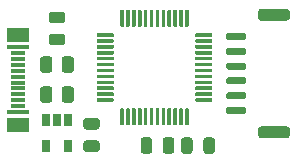
<source format=gts>
%TF.GenerationSoftware,KiCad,Pcbnew,(5.1.10)-1*%
%TF.CreationDate,2021-12-27T10:27:14+08:00*%
%TF.ProjectId,ST-Link_v2-1,53542d4c-696e-46b5-9f76-322d312e6b69,rev?*%
%TF.SameCoordinates,Original*%
%TF.FileFunction,Soldermask,Top*%
%TF.FilePolarity,Negative*%
%FSLAX46Y46*%
G04 Gerber Fmt 4.6, Leading zero omitted, Abs format (unit mm)*
G04 Created by KiCad (PCBNEW (5.1.10)-1) date 2021-12-27 10:27:14*
%MOMM*%
%LPD*%
G01*
G04 APERTURE LIST*
%ADD10R,1.850000X0.300000*%
%ADD11R,1.250000X0.300000*%
%ADD12R,1.850000X1.180000*%
%ADD13R,0.650000X1.060000*%
G04 APERTURE END LIST*
%TO.C,J1*%
G36*
G01*
X145452000Y-85060000D02*
X143252000Y-85060000D01*
G75*
G02*
X143002000Y-84810000I0J250000D01*
G01*
X143002000Y-84310000D01*
G75*
G02*
X143252000Y-84060000I250000J0D01*
G01*
X145452000Y-84060000D01*
G75*
G02*
X145702000Y-84310000I0J-250000D01*
G01*
X145702000Y-84810000D01*
G75*
G02*
X145452000Y-85060000I-250000J0D01*
G01*
G37*
G36*
G01*
X145452000Y-95010000D02*
X143252000Y-95010000D01*
G75*
G02*
X143002000Y-94760000I0J250000D01*
G01*
X143002000Y-94260000D01*
G75*
G02*
X143252000Y-94010000I250000J0D01*
G01*
X145452000Y-94010000D01*
G75*
G02*
X145702000Y-94260000I0J-250000D01*
G01*
X145702000Y-94760000D01*
G75*
G02*
X145452000Y-95010000I-250000J0D01*
G01*
G37*
G36*
G01*
X141852000Y-86710000D02*
X140452000Y-86710000D01*
G75*
G02*
X140302000Y-86560000I0J150000D01*
G01*
X140302000Y-86260000D01*
G75*
G02*
X140452000Y-86110000I150000J0D01*
G01*
X141852000Y-86110000D01*
G75*
G02*
X142002000Y-86260000I0J-150000D01*
G01*
X142002000Y-86560000D01*
G75*
G02*
X141852000Y-86710000I-150000J0D01*
G01*
G37*
G36*
G01*
X141852000Y-87960000D02*
X140452000Y-87960000D01*
G75*
G02*
X140302000Y-87810000I0J150000D01*
G01*
X140302000Y-87510000D01*
G75*
G02*
X140452000Y-87360000I150000J0D01*
G01*
X141852000Y-87360000D01*
G75*
G02*
X142002000Y-87510000I0J-150000D01*
G01*
X142002000Y-87810000D01*
G75*
G02*
X141852000Y-87960000I-150000J0D01*
G01*
G37*
G36*
G01*
X141852000Y-89210000D02*
X140452000Y-89210000D01*
G75*
G02*
X140302000Y-89060000I0J150000D01*
G01*
X140302000Y-88760000D01*
G75*
G02*
X140452000Y-88610000I150000J0D01*
G01*
X141852000Y-88610000D01*
G75*
G02*
X142002000Y-88760000I0J-150000D01*
G01*
X142002000Y-89060000D01*
G75*
G02*
X141852000Y-89210000I-150000J0D01*
G01*
G37*
G36*
G01*
X141852000Y-90460000D02*
X140452000Y-90460000D01*
G75*
G02*
X140302000Y-90310000I0J150000D01*
G01*
X140302000Y-90010000D01*
G75*
G02*
X140452000Y-89860000I150000J0D01*
G01*
X141852000Y-89860000D01*
G75*
G02*
X142002000Y-90010000I0J-150000D01*
G01*
X142002000Y-90310000D01*
G75*
G02*
X141852000Y-90460000I-150000J0D01*
G01*
G37*
G36*
G01*
X141852000Y-91710000D02*
X140452000Y-91710000D01*
G75*
G02*
X140302000Y-91560000I0J150000D01*
G01*
X140302000Y-91260000D01*
G75*
G02*
X140452000Y-91110000I150000J0D01*
G01*
X141852000Y-91110000D01*
G75*
G02*
X142002000Y-91260000I0J-150000D01*
G01*
X142002000Y-91560000D01*
G75*
G02*
X141852000Y-91710000I-150000J0D01*
G01*
G37*
G36*
G01*
X141852000Y-92960000D02*
X140452000Y-92960000D01*
G75*
G02*
X140302000Y-92810000I0J150000D01*
G01*
X140302000Y-92510000D01*
G75*
G02*
X140452000Y-92360000I150000J0D01*
G01*
X141852000Y-92360000D01*
G75*
G02*
X142002000Y-92510000I0J-150000D01*
G01*
X142002000Y-92810000D01*
G75*
G02*
X141852000Y-92960000I-150000J0D01*
G01*
G37*
%TD*%
D10*
%TO.C,P1*%
X122682000Y-87293000D03*
D11*
X122682000Y-87793000D03*
X122682000Y-88293000D03*
X122682000Y-88793000D03*
X122682000Y-89293000D03*
X122682000Y-89793000D03*
X122682000Y-90293000D03*
X122682000Y-90793000D03*
X122682000Y-91293000D03*
X122682000Y-91793000D03*
X122682000Y-92293000D03*
D10*
X122682000Y-92793000D03*
D12*
X122682000Y-86233000D03*
X122682000Y-93853000D03*
%TD*%
D13*
%TO.C,U2*%
X126934000Y-93474000D03*
X125984000Y-93474000D03*
X125034000Y-93474000D03*
X125034000Y-95674000D03*
X126934000Y-95674000D03*
%TD*%
%TO.C,U1*%
G36*
G01*
X137139000Y-92527000D02*
X137139000Y-93852000D01*
G75*
G02*
X137064000Y-93927000I-75000J0D01*
G01*
X136914000Y-93927000D01*
G75*
G02*
X136839000Y-93852000I0J75000D01*
G01*
X136839000Y-92527000D01*
G75*
G02*
X136914000Y-92452000I75000J0D01*
G01*
X137064000Y-92452000D01*
G75*
G02*
X137139000Y-92527000I0J-75000D01*
G01*
G37*
G36*
G01*
X136639000Y-92527000D02*
X136639000Y-93852000D01*
G75*
G02*
X136564000Y-93927000I-75000J0D01*
G01*
X136414000Y-93927000D01*
G75*
G02*
X136339000Y-93852000I0J75000D01*
G01*
X136339000Y-92527000D01*
G75*
G02*
X136414000Y-92452000I75000J0D01*
G01*
X136564000Y-92452000D01*
G75*
G02*
X136639000Y-92527000I0J-75000D01*
G01*
G37*
G36*
G01*
X136139000Y-92527000D02*
X136139000Y-93852000D01*
G75*
G02*
X136064000Y-93927000I-75000J0D01*
G01*
X135914000Y-93927000D01*
G75*
G02*
X135839000Y-93852000I0J75000D01*
G01*
X135839000Y-92527000D01*
G75*
G02*
X135914000Y-92452000I75000J0D01*
G01*
X136064000Y-92452000D01*
G75*
G02*
X136139000Y-92527000I0J-75000D01*
G01*
G37*
G36*
G01*
X135639000Y-92527000D02*
X135639000Y-93852000D01*
G75*
G02*
X135564000Y-93927000I-75000J0D01*
G01*
X135414000Y-93927000D01*
G75*
G02*
X135339000Y-93852000I0J75000D01*
G01*
X135339000Y-92527000D01*
G75*
G02*
X135414000Y-92452000I75000J0D01*
G01*
X135564000Y-92452000D01*
G75*
G02*
X135639000Y-92527000I0J-75000D01*
G01*
G37*
G36*
G01*
X135139000Y-92527000D02*
X135139000Y-93852000D01*
G75*
G02*
X135064000Y-93927000I-75000J0D01*
G01*
X134914000Y-93927000D01*
G75*
G02*
X134839000Y-93852000I0J75000D01*
G01*
X134839000Y-92527000D01*
G75*
G02*
X134914000Y-92452000I75000J0D01*
G01*
X135064000Y-92452000D01*
G75*
G02*
X135139000Y-92527000I0J-75000D01*
G01*
G37*
G36*
G01*
X134639000Y-92527000D02*
X134639000Y-93852000D01*
G75*
G02*
X134564000Y-93927000I-75000J0D01*
G01*
X134414000Y-93927000D01*
G75*
G02*
X134339000Y-93852000I0J75000D01*
G01*
X134339000Y-92527000D01*
G75*
G02*
X134414000Y-92452000I75000J0D01*
G01*
X134564000Y-92452000D01*
G75*
G02*
X134639000Y-92527000I0J-75000D01*
G01*
G37*
G36*
G01*
X134139000Y-92527000D02*
X134139000Y-93852000D01*
G75*
G02*
X134064000Y-93927000I-75000J0D01*
G01*
X133914000Y-93927000D01*
G75*
G02*
X133839000Y-93852000I0J75000D01*
G01*
X133839000Y-92527000D01*
G75*
G02*
X133914000Y-92452000I75000J0D01*
G01*
X134064000Y-92452000D01*
G75*
G02*
X134139000Y-92527000I0J-75000D01*
G01*
G37*
G36*
G01*
X133639000Y-92527000D02*
X133639000Y-93852000D01*
G75*
G02*
X133564000Y-93927000I-75000J0D01*
G01*
X133414000Y-93927000D01*
G75*
G02*
X133339000Y-93852000I0J75000D01*
G01*
X133339000Y-92527000D01*
G75*
G02*
X133414000Y-92452000I75000J0D01*
G01*
X133564000Y-92452000D01*
G75*
G02*
X133639000Y-92527000I0J-75000D01*
G01*
G37*
G36*
G01*
X133139000Y-92527000D02*
X133139000Y-93852000D01*
G75*
G02*
X133064000Y-93927000I-75000J0D01*
G01*
X132914000Y-93927000D01*
G75*
G02*
X132839000Y-93852000I0J75000D01*
G01*
X132839000Y-92527000D01*
G75*
G02*
X132914000Y-92452000I75000J0D01*
G01*
X133064000Y-92452000D01*
G75*
G02*
X133139000Y-92527000I0J-75000D01*
G01*
G37*
G36*
G01*
X132639000Y-92527000D02*
X132639000Y-93852000D01*
G75*
G02*
X132564000Y-93927000I-75000J0D01*
G01*
X132414000Y-93927000D01*
G75*
G02*
X132339000Y-93852000I0J75000D01*
G01*
X132339000Y-92527000D01*
G75*
G02*
X132414000Y-92452000I75000J0D01*
G01*
X132564000Y-92452000D01*
G75*
G02*
X132639000Y-92527000I0J-75000D01*
G01*
G37*
G36*
G01*
X132139000Y-92527000D02*
X132139000Y-93852000D01*
G75*
G02*
X132064000Y-93927000I-75000J0D01*
G01*
X131914000Y-93927000D01*
G75*
G02*
X131839000Y-93852000I0J75000D01*
G01*
X131839000Y-92527000D01*
G75*
G02*
X131914000Y-92452000I75000J0D01*
G01*
X132064000Y-92452000D01*
G75*
G02*
X132139000Y-92527000I0J-75000D01*
G01*
G37*
G36*
G01*
X131639000Y-92527000D02*
X131639000Y-93852000D01*
G75*
G02*
X131564000Y-93927000I-75000J0D01*
G01*
X131414000Y-93927000D01*
G75*
G02*
X131339000Y-93852000I0J75000D01*
G01*
X131339000Y-92527000D01*
G75*
G02*
X131414000Y-92452000I75000J0D01*
G01*
X131564000Y-92452000D01*
G75*
G02*
X131639000Y-92527000I0J-75000D01*
G01*
G37*
G36*
G01*
X130814000Y-91702000D02*
X130814000Y-91852000D01*
G75*
G02*
X130739000Y-91927000I-75000J0D01*
G01*
X129414000Y-91927000D01*
G75*
G02*
X129339000Y-91852000I0J75000D01*
G01*
X129339000Y-91702000D01*
G75*
G02*
X129414000Y-91627000I75000J0D01*
G01*
X130739000Y-91627000D01*
G75*
G02*
X130814000Y-91702000I0J-75000D01*
G01*
G37*
G36*
G01*
X130814000Y-91202000D02*
X130814000Y-91352000D01*
G75*
G02*
X130739000Y-91427000I-75000J0D01*
G01*
X129414000Y-91427000D01*
G75*
G02*
X129339000Y-91352000I0J75000D01*
G01*
X129339000Y-91202000D01*
G75*
G02*
X129414000Y-91127000I75000J0D01*
G01*
X130739000Y-91127000D01*
G75*
G02*
X130814000Y-91202000I0J-75000D01*
G01*
G37*
G36*
G01*
X130814000Y-90702000D02*
X130814000Y-90852000D01*
G75*
G02*
X130739000Y-90927000I-75000J0D01*
G01*
X129414000Y-90927000D01*
G75*
G02*
X129339000Y-90852000I0J75000D01*
G01*
X129339000Y-90702000D01*
G75*
G02*
X129414000Y-90627000I75000J0D01*
G01*
X130739000Y-90627000D01*
G75*
G02*
X130814000Y-90702000I0J-75000D01*
G01*
G37*
G36*
G01*
X130814000Y-90202000D02*
X130814000Y-90352000D01*
G75*
G02*
X130739000Y-90427000I-75000J0D01*
G01*
X129414000Y-90427000D01*
G75*
G02*
X129339000Y-90352000I0J75000D01*
G01*
X129339000Y-90202000D01*
G75*
G02*
X129414000Y-90127000I75000J0D01*
G01*
X130739000Y-90127000D01*
G75*
G02*
X130814000Y-90202000I0J-75000D01*
G01*
G37*
G36*
G01*
X130814000Y-89702000D02*
X130814000Y-89852000D01*
G75*
G02*
X130739000Y-89927000I-75000J0D01*
G01*
X129414000Y-89927000D01*
G75*
G02*
X129339000Y-89852000I0J75000D01*
G01*
X129339000Y-89702000D01*
G75*
G02*
X129414000Y-89627000I75000J0D01*
G01*
X130739000Y-89627000D01*
G75*
G02*
X130814000Y-89702000I0J-75000D01*
G01*
G37*
G36*
G01*
X130814000Y-89202000D02*
X130814000Y-89352000D01*
G75*
G02*
X130739000Y-89427000I-75000J0D01*
G01*
X129414000Y-89427000D01*
G75*
G02*
X129339000Y-89352000I0J75000D01*
G01*
X129339000Y-89202000D01*
G75*
G02*
X129414000Y-89127000I75000J0D01*
G01*
X130739000Y-89127000D01*
G75*
G02*
X130814000Y-89202000I0J-75000D01*
G01*
G37*
G36*
G01*
X130814000Y-88702000D02*
X130814000Y-88852000D01*
G75*
G02*
X130739000Y-88927000I-75000J0D01*
G01*
X129414000Y-88927000D01*
G75*
G02*
X129339000Y-88852000I0J75000D01*
G01*
X129339000Y-88702000D01*
G75*
G02*
X129414000Y-88627000I75000J0D01*
G01*
X130739000Y-88627000D01*
G75*
G02*
X130814000Y-88702000I0J-75000D01*
G01*
G37*
G36*
G01*
X130814000Y-88202000D02*
X130814000Y-88352000D01*
G75*
G02*
X130739000Y-88427000I-75000J0D01*
G01*
X129414000Y-88427000D01*
G75*
G02*
X129339000Y-88352000I0J75000D01*
G01*
X129339000Y-88202000D01*
G75*
G02*
X129414000Y-88127000I75000J0D01*
G01*
X130739000Y-88127000D01*
G75*
G02*
X130814000Y-88202000I0J-75000D01*
G01*
G37*
G36*
G01*
X130814000Y-87702000D02*
X130814000Y-87852000D01*
G75*
G02*
X130739000Y-87927000I-75000J0D01*
G01*
X129414000Y-87927000D01*
G75*
G02*
X129339000Y-87852000I0J75000D01*
G01*
X129339000Y-87702000D01*
G75*
G02*
X129414000Y-87627000I75000J0D01*
G01*
X130739000Y-87627000D01*
G75*
G02*
X130814000Y-87702000I0J-75000D01*
G01*
G37*
G36*
G01*
X130814000Y-87202000D02*
X130814000Y-87352000D01*
G75*
G02*
X130739000Y-87427000I-75000J0D01*
G01*
X129414000Y-87427000D01*
G75*
G02*
X129339000Y-87352000I0J75000D01*
G01*
X129339000Y-87202000D01*
G75*
G02*
X129414000Y-87127000I75000J0D01*
G01*
X130739000Y-87127000D01*
G75*
G02*
X130814000Y-87202000I0J-75000D01*
G01*
G37*
G36*
G01*
X130814000Y-86702000D02*
X130814000Y-86852000D01*
G75*
G02*
X130739000Y-86927000I-75000J0D01*
G01*
X129414000Y-86927000D01*
G75*
G02*
X129339000Y-86852000I0J75000D01*
G01*
X129339000Y-86702000D01*
G75*
G02*
X129414000Y-86627000I75000J0D01*
G01*
X130739000Y-86627000D01*
G75*
G02*
X130814000Y-86702000I0J-75000D01*
G01*
G37*
G36*
G01*
X130814000Y-86202000D02*
X130814000Y-86352000D01*
G75*
G02*
X130739000Y-86427000I-75000J0D01*
G01*
X129414000Y-86427000D01*
G75*
G02*
X129339000Y-86352000I0J75000D01*
G01*
X129339000Y-86202000D01*
G75*
G02*
X129414000Y-86127000I75000J0D01*
G01*
X130739000Y-86127000D01*
G75*
G02*
X130814000Y-86202000I0J-75000D01*
G01*
G37*
G36*
G01*
X131639000Y-84202000D02*
X131639000Y-85527000D01*
G75*
G02*
X131564000Y-85602000I-75000J0D01*
G01*
X131414000Y-85602000D01*
G75*
G02*
X131339000Y-85527000I0J75000D01*
G01*
X131339000Y-84202000D01*
G75*
G02*
X131414000Y-84127000I75000J0D01*
G01*
X131564000Y-84127000D01*
G75*
G02*
X131639000Y-84202000I0J-75000D01*
G01*
G37*
G36*
G01*
X132139000Y-84202000D02*
X132139000Y-85527000D01*
G75*
G02*
X132064000Y-85602000I-75000J0D01*
G01*
X131914000Y-85602000D01*
G75*
G02*
X131839000Y-85527000I0J75000D01*
G01*
X131839000Y-84202000D01*
G75*
G02*
X131914000Y-84127000I75000J0D01*
G01*
X132064000Y-84127000D01*
G75*
G02*
X132139000Y-84202000I0J-75000D01*
G01*
G37*
G36*
G01*
X132639000Y-84202000D02*
X132639000Y-85527000D01*
G75*
G02*
X132564000Y-85602000I-75000J0D01*
G01*
X132414000Y-85602000D01*
G75*
G02*
X132339000Y-85527000I0J75000D01*
G01*
X132339000Y-84202000D01*
G75*
G02*
X132414000Y-84127000I75000J0D01*
G01*
X132564000Y-84127000D01*
G75*
G02*
X132639000Y-84202000I0J-75000D01*
G01*
G37*
G36*
G01*
X133139000Y-84202000D02*
X133139000Y-85527000D01*
G75*
G02*
X133064000Y-85602000I-75000J0D01*
G01*
X132914000Y-85602000D01*
G75*
G02*
X132839000Y-85527000I0J75000D01*
G01*
X132839000Y-84202000D01*
G75*
G02*
X132914000Y-84127000I75000J0D01*
G01*
X133064000Y-84127000D01*
G75*
G02*
X133139000Y-84202000I0J-75000D01*
G01*
G37*
G36*
G01*
X133639000Y-84202000D02*
X133639000Y-85527000D01*
G75*
G02*
X133564000Y-85602000I-75000J0D01*
G01*
X133414000Y-85602000D01*
G75*
G02*
X133339000Y-85527000I0J75000D01*
G01*
X133339000Y-84202000D01*
G75*
G02*
X133414000Y-84127000I75000J0D01*
G01*
X133564000Y-84127000D01*
G75*
G02*
X133639000Y-84202000I0J-75000D01*
G01*
G37*
G36*
G01*
X134139000Y-84202000D02*
X134139000Y-85527000D01*
G75*
G02*
X134064000Y-85602000I-75000J0D01*
G01*
X133914000Y-85602000D01*
G75*
G02*
X133839000Y-85527000I0J75000D01*
G01*
X133839000Y-84202000D01*
G75*
G02*
X133914000Y-84127000I75000J0D01*
G01*
X134064000Y-84127000D01*
G75*
G02*
X134139000Y-84202000I0J-75000D01*
G01*
G37*
G36*
G01*
X134639000Y-84202000D02*
X134639000Y-85527000D01*
G75*
G02*
X134564000Y-85602000I-75000J0D01*
G01*
X134414000Y-85602000D01*
G75*
G02*
X134339000Y-85527000I0J75000D01*
G01*
X134339000Y-84202000D01*
G75*
G02*
X134414000Y-84127000I75000J0D01*
G01*
X134564000Y-84127000D01*
G75*
G02*
X134639000Y-84202000I0J-75000D01*
G01*
G37*
G36*
G01*
X135139000Y-84202000D02*
X135139000Y-85527000D01*
G75*
G02*
X135064000Y-85602000I-75000J0D01*
G01*
X134914000Y-85602000D01*
G75*
G02*
X134839000Y-85527000I0J75000D01*
G01*
X134839000Y-84202000D01*
G75*
G02*
X134914000Y-84127000I75000J0D01*
G01*
X135064000Y-84127000D01*
G75*
G02*
X135139000Y-84202000I0J-75000D01*
G01*
G37*
G36*
G01*
X135639000Y-84202000D02*
X135639000Y-85527000D01*
G75*
G02*
X135564000Y-85602000I-75000J0D01*
G01*
X135414000Y-85602000D01*
G75*
G02*
X135339000Y-85527000I0J75000D01*
G01*
X135339000Y-84202000D01*
G75*
G02*
X135414000Y-84127000I75000J0D01*
G01*
X135564000Y-84127000D01*
G75*
G02*
X135639000Y-84202000I0J-75000D01*
G01*
G37*
G36*
G01*
X136139000Y-84202000D02*
X136139000Y-85527000D01*
G75*
G02*
X136064000Y-85602000I-75000J0D01*
G01*
X135914000Y-85602000D01*
G75*
G02*
X135839000Y-85527000I0J75000D01*
G01*
X135839000Y-84202000D01*
G75*
G02*
X135914000Y-84127000I75000J0D01*
G01*
X136064000Y-84127000D01*
G75*
G02*
X136139000Y-84202000I0J-75000D01*
G01*
G37*
G36*
G01*
X136639000Y-84202000D02*
X136639000Y-85527000D01*
G75*
G02*
X136564000Y-85602000I-75000J0D01*
G01*
X136414000Y-85602000D01*
G75*
G02*
X136339000Y-85527000I0J75000D01*
G01*
X136339000Y-84202000D01*
G75*
G02*
X136414000Y-84127000I75000J0D01*
G01*
X136564000Y-84127000D01*
G75*
G02*
X136639000Y-84202000I0J-75000D01*
G01*
G37*
G36*
G01*
X137139000Y-84202000D02*
X137139000Y-85527000D01*
G75*
G02*
X137064000Y-85602000I-75000J0D01*
G01*
X136914000Y-85602000D01*
G75*
G02*
X136839000Y-85527000I0J75000D01*
G01*
X136839000Y-84202000D01*
G75*
G02*
X136914000Y-84127000I75000J0D01*
G01*
X137064000Y-84127000D01*
G75*
G02*
X137139000Y-84202000I0J-75000D01*
G01*
G37*
G36*
G01*
X139139000Y-86202000D02*
X139139000Y-86352000D01*
G75*
G02*
X139064000Y-86427000I-75000J0D01*
G01*
X137739000Y-86427000D01*
G75*
G02*
X137664000Y-86352000I0J75000D01*
G01*
X137664000Y-86202000D01*
G75*
G02*
X137739000Y-86127000I75000J0D01*
G01*
X139064000Y-86127000D01*
G75*
G02*
X139139000Y-86202000I0J-75000D01*
G01*
G37*
G36*
G01*
X139139000Y-86702000D02*
X139139000Y-86852000D01*
G75*
G02*
X139064000Y-86927000I-75000J0D01*
G01*
X137739000Y-86927000D01*
G75*
G02*
X137664000Y-86852000I0J75000D01*
G01*
X137664000Y-86702000D01*
G75*
G02*
X137739000Y-86627000I75000J0D01*
G01*
X139064000Y-86627000D01*
G75*
G02*
X139139000Y-86702000I0J-75000D01*
G01*
G37*
G36*
G01*
X139139000Y-87202000D02*
X139139000Y-87352000D01*
G75*
G02*
X139064000Y-87427000I-75000J0D01*
G01*
X137739000Y-87427000D01*
G75*
G02*
X137664000Y-87352000I0J75000D01*
G01*
X137664000Y-87202000D01*
G75*
G02*
X137739000Y-87127000I75000J0D01*
G01*
X139064000Y-87127000D01*
G75*
G02*
X139139000Y-87202000I0J-75000D01*
G01*
G37*
G36*
G01*
X139139000Y-87702000D02*
X139139000Y-87852000D01*
G75*
G02*
X139064000Y-87927000I-75000J0D01*
G01*
X137739000Y-87927000D01*
G75*
G02*
X137664000Y-87852000I0J75000D01*
G01*
X137664000Y-87702000D01*
G75*
G02*
X137739000Y-87627000I75000J0D01*
G01*
X139064000Y-87627000D01*
G75*
G02*
X139139000Y-87702000I0J-75000D01*
G01*
G37*
G36*
G01*
X139139000Y-88202000D02*
X139139000Y-88352000D01*
G75*
G02*
X139064000Y-88427000I-75000J0D01*
G01*
X137739000Y-88427000D01*
G75*
G02*
X137664000Y-88352000I0J75000D01*
G01*
X137664000Y-88202000D01*
G75*
G02*
X137739000Y-88127000I75000J0D01*
G01*
X139064000Y-88127000D01*
G75*
G02*
X139139000Y-88202000I0J-75000D01*
G01*
G37*
G36*
G01*
X139139000Y-88702000D02*
X139139000Y-88852000D01*
G75*
G02*
X139064000Y-88927000I-75000J0D01*
G01*
X137739000Y-88927000D01*
G75*
G02*
X137664000Y-88852000I0J75000D01*
G01*
X137664000Y-88702000D01*
G75*
G02*
X137739000Y-88627000I75000J0D01*
G01*
X139064000Y-88627000D01*
G75*
G02*
X139139000Y-88702000I0J-75000D01*
G01*
G37*
G36*
G01*
X139139000Y-89202000D02*
X139139000Y-89352000D01*
G75*
G02*
X139064000Y-89427000I-75000J0D01*
G01*
X137739000Y-89427000D01*
G75*
G02*
X137664000Y-89352000I0J75000D01*
G01*
X137664000Y-89202000D01*
G75*
G02*
X137739000Y-89127000I75000J0D01*
G01*
X139064000Y-89127000D01*
G75*
G02*
X139139000Y-89202000I0J-75000D01*
G01*
G37*
G36*
G01*
X139139000Y-89702000D02*
X139139000Y-89852000D01*
G75*
G02*
X139064000Y-89927000I-75000J0D01*
G01*
X137739000Y-89927000D01*
G75*
G02*
X137664000Y-89852000I0J75000D01*
G01*
X137664000Y-89702000D01*
G75*
G02*
X137739000Y-89627000I75000J0D01*
G01*
X139064000Y-89627000D01*
G75*
G02*
X139139000Y-89702000I0J-75000D01*
G01*
G37*
G36*
G01*
X139139000Y-90202000D02*
X139139000Y-90352000D01*
G75*
G02*
X139064000Y-90427000I-75000J0D01*
G01*
X137739000Y-90427000D01*
G75*
G02*
X137664000Y-90352000I0J75000D01*
G01*
X137664000Y-90202000D01*
G75*
G02*
X137739000Y-90127000I75000J0D01*
G01*
X139064000Y-90127000D01*
G75*
G02*
X139139000Y-90202000I0J-75000D01*
G01*
G37*
G36*
G01*
X139139000Y-90702000D02*
X139139000Y-90852000D01*
G75*
G02*
X139064000Y-90927000I-75000J0D01*
G01*
X137739000Y-90927000D01*
G75*
G02*
X137664000Y-90852000I0J75000D01*
G01*
X137664000Y-90702000D01*
G75*
G02*
X137739000Y-90627000I75000J0D01*
G01*
X139064000Y-90627000D01*
G75*
G02*
X139139000Y-90702000I0J-75000D01*
G01*
G37*
G36*
G01*
X139139000Y-91202000D02*
X139139000Y-91352000D01*
G75*
G02*
X139064000Y-91427000I-75000J0D01*
G01*
X137739000Y-91427000D01*
G75*
G02*
X137664000Y-91352000I0J75000D01*
G01*
X137664000Y-91202000D01*
G75*
G02*
X137739000Y-91127000I75000J0D01*
G01*
X139064000Y-91127000D01*
G75*
G02*
X139139000Y-91202000I0J-75000D01*
G01*
G37*
G36*
G01*
X139139000Y-91702000D02*
X139139000Y-91852000D01*
G75*
G02*
X139064000Y-91927000I-75000J0D01*
G01*
X137739000Y-91927000D01*
G75*
G02*
X137664000Y-91852000I0J75000D01*
G01*
X137664000Y-91702000D01*
G75*
G02*
X137739000Y-91627000I75000J0D01*
G01*
X139064000Y-91627000D01*
G75*
G02*
X139139000Y-91702000I0J-75000D01*
G01*
G37*
%TD*%
%TO.C,R18*%
G36*
G01*
X127409000Y-90862999D02*
X127409000Y-91763001D01*
G75*
G02*
X127159001Y-92013000I-249999J0D01*
G01*
X126633999Y-92013000D01*
G75*
G02*
X126384000Y-91763001I0J249999D01*
G01*
X126384000Y-90862999D01*
G75*
G02*
X126633999Y-90613000I249999J0D01*
G01*
X127159001Y-90613000D01*
G75*
G02*
X127409000Y-90862999I0J-249999D01*
G01*
G37*
G36*
G01*
X125584000Y-90862999D02*
X125584000Y-91763001D01*
G75*
G02*
X125334001Y-92013000I-249999J0D01*
G01*
X124808999Y-92013000D01*
G75*
G02*
X124559000Y-91763001I0J249999D01*
G01*
X124559000Y-90862999D01*
G75*
G02*
X124808999Y-90613000I249999J0D01*
G01*
X125334001Y-90613000D01*
G75*
G02*
X125584000Y-90862999I0J-249999D01*
G01*
G37*
%TD*%
%TO.C,R17*%
G36*
G01*
X127409000Y-88322999D02*
X127409000Y-89223001D01*
G75*
G02*
X127159001Y-89473000I-249999J0D01*
G01*
X126633999Y-89473000D01*
G75*
G02*
X126384000Y-89223001I0J249999D01*
G01*
X126384000Y-88322999D01*
G75*
G02*
X126633999Y-88073000I249999J0D01*
G01*
X127159001Y-88073000D01*
G75*
G02*
X127409000Y-88322999I0J-249999D01*
G01*
G37*
G36*
G01*
X125584000Y-88322999D02*
X125584000Y-89223001D01*
G75*
G02*
X125334001Y-89473000I-249999J0D01*
G01*
X124808999Y-89473000D01*
G75*
G02*
X124559000Y-89223001I0J249999D01*
G01*
X124559000Y-88322999D01*
G75*
G02*
X124808999Y-88073000I249999J0D01*
G01*
X125334001Y-88073000D01*
G75*
G02*
X125584000Y-88322999I0J-249999D01*
G01*
G37*
%TD*%
%TO.C,D5*%
G36*
G01*
X126440250Y-85275000D02*
X125527750Y-85275000D01*
G75*
G02*
X125284000Y-85031250I0J243750D01*
G01*
X125284000Y-84543750D01*
G75*
G02*
X125527750Y-84300000I243750J0D01*
G01*
X126440250Y-84300000D01*
G75*
G02*
X126684000Y-84543750I0J-243750D01*
G01*
X126684000Y-85031250D01*
G75*
G02*
X126440250Y-85275000I-243750J0D01*
G01*
G37*
G36*
G01*
X126440250Y-87150000D02*
X125527750Y-87150000D01*
G75*
G02*
X125284000Y-86906250I0J243750D01*
G01*
X125284000Y-86418750D01*
G75*
G02*
X125527750Y-86175000I243750J0D01*
G01*
X126440250Y-86175000D01*
G75*
G02*
X126684000Y-86418750I0J-243750D01*
G01*
X126684000Y-86906250D01*
G75*
G02*
X126440250Y-87150000I-243750J0D01*
G01*
G37*
%TD*%
%TO.C,D3*%
G36*
G01*
X133068000Y-96087250D02*
X133068000Y-95174750D01*
G75*
G02*
X133311750Y-94931000I243750J0D01*
G01*
X133799250Y-94931000D01*
G75*
G02*
X134043000Y-95174750I0J-243750D01*
G01*
X134043000Y-96087250D01*
G75*
G02*
X133799250Y-96331000I-243750J0D01*
G01*
X133311750Y-96331000D01*
G75*
G02*
X133068000Y-96087250I0J243750D01*
G01*
G37*
G36*
G01*
X134943000Y-96087250D02*
X134943000Y-95174750D01*
G75*
G02*
X135186750Y-94931000I243750J0D01*
G01*
X135674250Y-94931000D01*
G75*
G02*
X135918000Y-95174750I0J-243750D01*
G01*
X135918000Y-96087250D01*
G75*
G02*
X135674250Y-96331000I-243750J0D01*
G01*
X135186750Y-96331000D01*
G75*
G02*
X134943000Y-96087250I0J243750D01*
G01*
G37*
%TD*%
%TO.C,D2*%
G36*
G01*
X139347000Y-95174750D02*
X139347000Y-96087250D01*
G75*
G02*
X139103250Y-96331000I-243750J0D01*
G01*
X138615750Y-96331000D01*
G75*
G02*
X138372000Y-96087250I0J243750D01*
G01*
X138372000Y-95174750D01*
G75*
G02*
X138615750Y-94931000I243750J0D01*
G01*
X139103250Y-94931000D01*
G75*
G02*
X139347000Y-95174750I0J-243750D01*
G01*
G37*
G36*
G01*
X137472000Y-95174750D02*
X137472000Y-96087250D01*
G75*
G02*
X137228250Y-96331000I-243750J0D01*
G01*
X136740750Y-96331000D01*
G75*
G02*
X136497000Y-96087250I0J243750D01*
G01*
X136497000Y-95174750D01*
G75*
G02*
X136740750Y-94931000I243750J0D01*
G01*
X137228250Y-94931000D01*
G75*
G02*
X137472000Y-95174750I0J-243750D01*
G01*
G37*
%TD*%
%TO.C,D1*%
G36*
G01*
X128448750Y-93311500D02*
X129361250Y-93311500D01*
G75*
G02*
X129605000Y-93555250I0J-243750D01*
G01*
X129605000Y-94042750D01*
G75*
G02*
X129361250Y-94286500I-243750J0D01*
G01*
X128448750Y-94286500D01*
G75*
G02*
X128205000Y-94042750I0J243750D01*
G01*
X128205000Y-93555250D01*
G75*
G02*
X128448750Y-93311500I243750J0D01*
G01*
G37*
G36*
G01*
X128448750Y-95186500D02*
X129361250Y-95186500D01*
G75*
G02*
X129605000Y-95430250I0J-243750D01*
G01*
X129605000Y-95917750D01*
G75*
G02*
X129361250Y-96161500I-243750J0D01*
G01*
X128448750Y-96161500D01*
G75*
G02*
X128205000Y-95917750I0J243750D01*
G01*
X128205000Y-95430250D01*
G75*
G02*
X128448750Y-95186500I243750J0D01*
G01*
G37*
%TD*%
M02*

</source>
